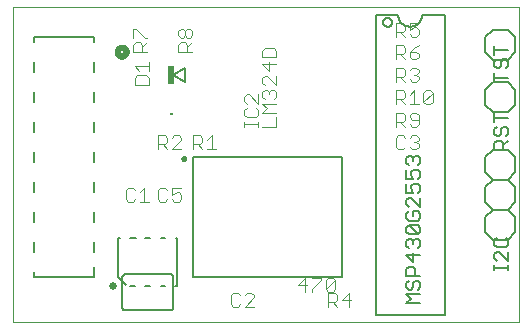
<source format=gto>
G75*
%MOIN*%
%OFA0B0*%
%FSLAX25Y25*%
%IPPOS*%
%LPD*%
%AMOC8*
5,1,8,0,0,1.08239X$1,22.5*
%
%ADD10C,0.00000*%
%ADD11C,0.00400*%
%ADD12C,0.00591*%
%ADD13C,0.00984*%
%ADD14C,0.00800*%
%ADD15R,0.02400X0.06200*%
%ADD16C,0.00600*%
%ADD17C,0.02000*%
%ADD18C,0.00500*%
%ADD19C,0.02600*%
D10*
X0001500Y0021602D02*
X0001500Y0126562D01*
X0170201Y0126562D01*
X0170201Y0021602D01*
X0001500Y0021602D01*
X0054000Y0091102D02*
X0054000Y0091202D01*
X0054050Y0091202D01*
X0054067Y0091185D01*
X0054067Y0091152D01*
X0054050Y0091135D01*
X0054000Y0091135D01*
X0054092Y0091202D02*
X0054159Y0091202D01*
X0054184Y0091202D02*
X0054234Y0091202D01*
X0054251Y0091185D01*
X0054251Y0091152D01*
X0054234Y0091135D01*
X0054184Y0091135D01*
X0054184Y0091102D02*
X0054184Y0091202D01*
X0054125Y0091202D02*
X0054125Y0091102D01*
X0054218Y0091135D02*
X0054251Y0091102D01*
X0054276Y0091102D02*
X0054343Y0091102D01*
X0054368Y0091102D02*
X0054418Y0091102D01*
X0054435Y0091118D01*
X0054435Y0091135D01*
X0054418Y0091152D01*
X0054368Y0091152D01*
X0054368Y0091202D02*
X0054418Y0091202D01*
X0054435Y0091185D01*
X0054435Y0091168D01*
X0054418Y0091152D01*
X0054460Y0091168D02*
X0054494Y0091202D01*
X0054494Y0091102D01*
X0054527Y0091102D02*
X0054460Y0091102D01*
X0054368Y0091102D02*
X0054368Y0091202D01*
X0054310Y0091202D02*
X0054310Y0091102D01*
X0054276Y0091168D02*
X0054310Y0091202D01*
X0054569Y0091118D02*
X0054569Y0091102D01*
X0054586Y0091102D01*
X0054586Y0091118D01*
X0054569Y0091118D01*
X0054586Y0091102D02*
X0054552Y0091068D01*
X0054614Y0091102D02*
X0054681Y0091168D01*
X0054681Y0091185D01*
X0054664Y0091202D01*
X0054631Y0091202D01*
X0054614Y0091185D01*
X0054614Y0091102D02*
X0054681Y0091102D01*
X0054706Y0091102D02*
X0054706Y0091118D01*
X0054773Y0091185D01*
X0054773Y0091202D01*
X0054706Y0091202D01*
D11*
X0055363Y0083906D02*
X0054596Y0083138D01*
X0055363Y0083906D02*
X0056898Y0083906D01*
X0057665Y0083138D01*
X0057665Y0082371D01*
X0054596Y0079302D01*
X0057665Y0079302D01*
X0061700Y0079302D02*
X0061700Y0083906D01*
X0064002Y0083906D01*
X0064769Y0083138D01*
X0064769Y0081604D01*
X0064002Y0080836D01*
X0061700Y0080836D01*
X0063235Y0080836D02*
X0064769Y0079302D01*
X0066304Y0079302D02*
X0069373Y0079302D01*
X0067839Y0079302D02*
X0067839Y0083906D01*
X0066304Y0082371D01*
X0078696Y0086802D02*
X0078696Y0088336D01*
X0078696Y0087569D02*
X0083300Y0087569D01*
X0083300Y0086802D02*
X0083300Y0088336D01*
X0084696Y0086802D02*
X0089300Y0086802D01*
X0089300Y0089871D01*
X0089300Y0091406D02*
X0084696Y0091406D01*
X0086231Y0092940D01*
X0084696Y0094475D01*
X0089300Y0094475D01*
X0088533Y0096009D02*
X0089300Y0096777D01*
X0089300Y0098311D01*
X0088533Y0099079D01*
X0087765Y0099079D01*
X0086998Y0098311D01*
X0086998Y0097544D01*
X0086998Y0098311D02*
X0086231Y0099079D01*
X0085463Y0099079D01*
X0084696Y0098311D01*
X0084696Y0096777D01*
X0085463Y0096009D01*
X0083300Y0094475D02*
X0080231Y0097544D01*
X0079463Y0097544D01*
X0078696Y0096777D01*
X0078696Y0095242D01*
X0079463Y0094475D01*
X0079463Y0092940D02*
X0078696Y0092173D01*
X0078696Y0090638D01*
X0079463Y0089871D01*
X0082533Y0089871D01*
X0083300Y0090638D01*
X0083300Y0092173D01*
X0082533Y0092940D01*
X0083300Y0094475D02*
X0083300Y0097544D01*
X0085463Y0100613D02*
X0084696Y0101381D01*
X0084696Y0102915D01*
X0085463Y0103683D01*
X0086231Y0103683D01*
X0089300Y0100613D01*
X0089300Y0103683D01*
X0086998Y0105217D02*
X0086998Y0108287D01*
X0089300Y0107519D02*
X0084696Y0107519D01*
X0086998Y0105217D01*
X0084696Y0109821D02*
X0084696Y0112123D01*
X0085463Y0112891D01*
X0088533Y0112891D01*
X0089300Y0112123D01*
X0089300Y0109821D01*
X0084696Y0109821D01*
X0061300Y0111802D02*
X0056696Y0111802D01*
X0056696Y0114104D01*
X0057463Y0114871D01*
X0058998Y0114871D01*
X0059765Y0114104D01*
X0059765Y0111802D01*
X0059765Y0113336D02*
X0061300Y0114871D01*
X0060533Y0116406D02*
X0059765Y0116406D01*
X0058998Y0117173D01*
X0058998Y0118708D01*
X0059765Y0119475D01*
X0060533Y0119475D01*
X0061300Y0118708D01*
X0061300Y0117173D01*
X0060533Y0116406D01*
X0058998Y0117173D02*
X0058231Y0116406D01*
X0057463Y0116406D01*
X0056696Y0117173D01*
X0056696Y0118708D01*
X0057463Y0119475D01*
X0058231Y0119475D01*
X0058998Y0118708D01*
X0046300Y0116406D02*
X0045533Y0116406D01*
X0042463Y0119475D01*
X0041696Y0119475D01*
X0041696Y0116406D01*
X0042463Y0114871D02*
X0043998Y0114871D01*
X0044765Y0114104D01*
X0044765Y0111802D01*
X0044765Y0113336D02*
X0046300Y0114871D01*
X0046300Y0111802D02*
X0041696Y0111802D01*
X0041696Y0114104D01*
X0042463Y0114871D01*
X0046800Y0108475D02*
X0046800Y0105406D01*
X0046800Y0106940D02*
X0042196Y0106940D01*
X0043731Y0105406D01*
X0042963Y0103871D02*
X0042196Y0103104D01*
X0042196Y0100802D01*
X0046800Y0100802D01*
X0046800Y0103104D01*
X0046033Y0103871D01*
X0042963Y0103871D01*
X0049992Y0083906D02*
X0052294Y0083906D01*
X0053061Y0083138D01*
X0053061Y0081604D01*
X0052294Y0080836D01*
X0049992Y0080836D01*
X0051527Y0080836D02*
X0053061Y0079302D01*
X0049992Y0079302D02*
X0049992Y0083906D01*
X0050759Y0066406D02*
X0049992Y0065638D01*
X0049992Y0062569D01*
X0050759Y0061802D01*
X0052294Y0061802D01*
X0053061Y0062569D01*
X0054596Y0062569D02*
X0055363Y0061802D01*
X0056898Y0061802D01*
X0057665Y0062569D01*
X0057665Y0064104D01*
X0056898Y0064871D01*
X0056131Y0064871D01*
X0054596Y0064104D01*
X0054596Y0066406D01*
X0057665Y0066406D01*
X0053061Y0065638D02*
X0052294Y0066406D01*
X0050759Y0066406D01*
X0045339Y0066406D02*
X0045339Y0061802D01*
X0046873Y0061802D02*
X0043804Y0061802D01*
X0042269Y0062569D02*
X0041502Y0061802D01*
X0039967Y0061802D01*
X0039200Y0062569D01*
X0039200Y0065638D01*
X0039967Y0066406D01*
X0041502Y0066406D01*
X0042269Y0065638D01*
X0043804Y0064871D02*
X0045339Y0066406D01*
X0074967Y0031406D02*
X0074200Y0030638D01*
X0074200Y0027569D01*
X0074967Y0026802D01*
X0076502Y0026802D01*
X0077269Y0027569D01*
X0078804Y0026802D02*
X0081873Y0029871D01*
X0081873Y0030638D01*
X0081106Y0031406D01*
X0079571Y0031406D01*
X0078804Y0030638D01*
X0077269Y0030638D02*
X0076502Y0031406D01*
X0074967Y0031406D01*
X0078804Y0026802D02*
X0081873Y0026802D01*
X0096700Y0034104D02*
X0099769Y0034104D01*
X0101304Y0032569D02*
X0101304Y0031802D01*
X0101304Y0032569D02*
X0104373Y0035638D01*
X0104373Y0036406D01*
X0101304Y0036406D01*
X0099002Y0036406D02*
X0096700Y0034104D01*
X0099002Y0031802D02*
X0099002Y0036406D01*
X0105908Y0035638D02*
X0105908Y0032569D01*
X0108977Y0035638D01*
X0108977Y0032569D01*
X0108210Y0031802D01*
X0106675Y0031802D01*
X0105908Y0032569D01*
X0106700Y0031406D02*
X0109002Y0031406D01*
X0109769Y0030638D01*
X0109769Y0029104D01*
X0109002Y0028336D01*
X0106700Y0028336D01*
X0108235Y0028336D02*
X0109769Y0026802D01*
X0111304Y0029104D02*
X0114373Y0029104D01*
X0113606Y0026802D02*
X0113606Y0031406D01*
X0111304Y0029104D01*
X0106700Y0026802D02*
X0106700Y0031406D01*
X0105908Y0035638D02*
X0106675Y0036406D01*
X0108210Y0036406D01*
X0108977Y0035638D01*
X0129967Y0079302D02*
X0131502Y0079302D01*
X0132269Y0080069D01*
X0133804Y0080069D02*
X0134571Y0079302D01*
X0136106Y0079302D01*
X0136873Y0080069D01*
X0136873Y0080836D01*
X0136106Y0081604D01*
X0135339Y0081604D01*
X0136106Y0081604D02*
X0136873Y0082371D01*
X0136873Y0083138D01*
X0136106Y0083906D01*
X0134571Y0083906D01*
X0133804Y0083138D01*
X0132269Y0083138D02*
X0131502Y0083906D01*
X0129967Y0083906D01*
X0129200Y0083138D01*
X0129200Y0080069D01*
X0129967Y0079302D01*
X0129200Y0086802D02*
X0129200Y0091406D01*
X0131502Y0091406D01*
X0132269Y0090638D01*
X0132269Y0089104D01*
X0131502Y0088336D01*
X0129200Y0088336D01*
X0130735Y0088336D02*
X0132269Y0086802D01*
X0133804Y0087569D02*
X0134571Y0086802D01*
X0136106Y0086802D01*
X0136873Y0087569D01*
X0136873Y0090638D01*
X0136106Y0091406D01*
X0134571Y0091406D01*
X0133804Y0090638D01*
X0133804Y0089871D01*
X0134571Y0089104D01*
X0136873Y0089104D01*
X0136873Y0094302D02*
X0133804Y0094302D01*
X0135339Y0094302D02*
X0135339Y0098906D01*
X0133804Y0097371D01*
X0132269Y0098138D02*
X0132269Y0096604D01*
X0131502Y0095836D01*
X0129200Y0095836D01*
X0129200Y0094302D02*
X0129200Y0098906D01*
X0131502Y0098906D01*
X0132269Y0098138D01*
X0130735Y0095836D02*
X0132269Y0094302D01*
X0138408Y0095069D02*
X0139175Y0094302D01*
X0140710Y0094302D01*
X0141477Y0095069D01*
X0141477Y0098138D01*
X0138408Y0095069D01*
X0138408Y0098138D01*
X0139175Y0098906D01*
X0140710Y0098906D01*
X0141477Y0098138D01*
X0136873Y0102569D02*
X0136106Y0101802D01*
X0134571Y0101802D01*
X0133804Y0102569D01*
X0132269Y0101802D02*
X0130735Y0103336D01*
X0131502Y0103336D02*
X0132269Y0104104D01*
X0132269Y0105638D01*
X0131502Y0106406D01*
X0129200Y0106406D01*
X0129200Y0101802D01*
X0129200Y0103336D02*
X0131502Y0103336D01*
X0133804Y0105638D02*
X0134571Y0106406D01*
X0136106Y0106406D01*
X0136873Y0105638D01*
X0136873Y0104871D01*
X0136106Y0104104D01*
X0136873Y0103336D01*
X0136873Y0102569D01*
X0136106Y0104104D02*
X0135339Y0104104D01*
X0134571Y0109302D02*
X0136106Y0109302D01*
X0136873Y0110069D01*
X0136873Y0110836D01*
X0136106Y0111604D01*
X0133804Y0111604D01*
X0133804Y0110069D01*
X0134571Y0109302D01*
X0132269Y0109302D02*
X0130735Y0110836D01*
X0131502Y0110836D02*
X0132269Y0111604D01*
X0132269Y0113138D01*
X0131502Y0113906D01*
X0129200Y0113906D01*
X0129200Y0109302D01*
X0129200Y0110836D02*
X0131502Y0110836D01*
X0133804Y0111604D02*
X0135339Y0113138D01*
X0136873Y0113906D01*
X0136106Y0116802D02*
X0134571Y0116802D01*
X0133804Y0117569D01*
X0133804Y0119104D02*
X0135339Y0119871D01*
X0136106Y0119871D01*
X0136873Y0119104D01*
X0136873Y0117569D01*
X0136106Y0116802D01*
X0133804Y0119104D02*
X0133804Y0121406D01*
X0136873Y0121406D01*
X0132269Y0120638D02*
X0132269Y0119104D01*
X0131502Y0118336D01*
X0129200Y0118336D01*
X0129200Y0116802D02*
X0129200Y0121406D01*
X0131502Y0121406D01*
X0132269Y0120638D01*
X0130735Y0118336D02*
X0132269Y0116802D01*
D12*
X0111244Y0076602D02*
X0111244Y0036602D01*
X0061756Y0036602D01*
X0061756Y0076602D01*
X0111244Y0076602D01*
D13*
X0058016Y0076102D02*
X0058018Y0076146D01*
X0058024Y0076190D01*
X0058034Y0076233D01*
X0058047Y0076275D01*
X0058065Y0076315D01*
X0058086Y0076354D01*
X0058110Y0076391D01*
X0058137Y0076426D01*
X0058168Y0076458D01*
X0058201Y0076487D01*
X0058237Y0076513D01*
X0058275Y0076535D01*
X0058315Y0076554D01*
X0058356Y0076570D01*
X0058399Y0076582D01*
X0058442Y0076590D01*
X0058486Y0076594D01*
X0058530Y0076594D01*
X0058574Y0076590D01*
X0058617Y0076582D01*
X0058660Y0076570D01*
X0058701Y0076554D01*
X0058741Y0076535D01*
X0058779Y0076513D01*
X0058815Y0076487D01*
X0058848Y0076458D01*
X0058879Y0076426D01*
X0058906Y0076391D01*
X0058930Y0076354D01*
X0058951Y0076315D01*
X0058969Y0076275D01*
X0058982Y0076233D01*
X0058992Y0076190D01*
X0058998Y0076146D01*
X0059000Y0076102D01*
X0058998Y0076058D01*
X0058992Y0076014D01*
X0058982Y0075971D01*
X0058969Y0075929D01*
X0058951Y0075889D01*
X0058930Y0075850D01*
X0058906Y0075813D01*
X0058879Y0075778D01*
X0058848Y0075746D01*
X0058815Y0075717D01*
X0058779Y0075691D01*
X0058741Y0075669D01*
X0058701Y0075650D01*
X0058660Y0075634D01*
X0058617Y0075622D01*
X0058574Y0075614D01*
X0058530Y0075610D01*
X0058486Y0075610D01*
X0058442Y0075614D01*
X0058399Y0075622D01*
X0058356Y0075634D01*
X0058315Y0075650D01*
X0058275Y0075669D01*
X0058237Y0075691D01*
X0058201Y0075717D01*
X0058168Y0075746D01*
X0058137Y0075778D01*
X0058110Y0075813D01*
X0058086Y0075850D01*
X0058065Y0075889D01*
X0058047Y0075929D01*
X0058034Y0075971D01*
X0058024Y0076014D01*
X0058018Y0076058D01*
X0058016Y0076102D01*
D14*
X0058969Y0101739D02*
X0058969Y0106464D01*
X0055031Y0104102D01*
X0058969Y0101739D01*
D15*
X0054300Y0104102D03*
D16*
X0028500Y0104902D02*
X0028500Y0108302D01*
X0028500Y0114902D02*
X0028500Y0116602D01*
X0008500Y0116602D01*
X0008500Y0114902D01*
X0008500Y0108302D02*
X0008500Y0104902D01*
X0008500Y0098302D02*
X0008500Y0094902D01*
X0008500Y0088302D02*
X0008500Y0084902D01*
X0008500Y0078302D02*
X0008500Y0074902D01*
X0008500Y0068302D02*
X0008500Y0064902D01*
X0008500Y0058302D02*
X0008500Y0054902D01*
X0008500Y0048302D02*
X0008500Y0044902D01*
X0008500Y0038302D02*
X0008500Y0036602D01*
X0028500Y0036602D01*
X0028500Y0039902D01*
X0028500Y0044902D02*
X0028500Y0048302D01*
X0028500Y0054902D02*
X0028500Y0058302D01*
X0028500Y0064902D02*
X0028500Y0068302D01*
X0028500Y0074902D02*
X0028500Y0078302D01*
X0028500Y0084902D02*
X0028500Y0088302D01*
X0028500Y0094902D02*
X0028500Y0098302D01*
X0039000Y0037602D02*
X0054000Y0037602D01*
X0054060Y0037600D01*
X0054121Y0037595D01*
X0054180Y0037586D01*
X0054239Y0037573D01*
X0054298Y0037557D01*
X0054355Y0037537D01*
X0054410Y0037514D01*
X0054465Y0037487D01*
X0054517Y0037458D01*
X0054568Y0037425D01*
X0054617Y0037389D01*
X0054663Y0037351D01*
X0054707Y0037309D01*
X0054749Y0037265D01*
X0054787Y0037219D01*
X0054823Y0037170D01*
X0054856Y0037119D01*
X0054885Y0037067D01*
X0054912Y0037012D01*
X0054935Y0036957D01*
X0054955Y0036900D01*
X0054971Y0036841D01*
X0054984Y0036782D01*
X0054993Y0036723D01*
X0054998Y0036662D01*
X0055000Y0036602D01*
X0055000Y0026602D01*
X0054998Y0026542D01*
X0054993Y0026481D01*
X0054984Y0026422D01*
X0054971Y0026363D01*
X0054955Y0026304D01*
X0054935Y0026247D01*
X0054912Y0026192D01*
X0054885Y0026137D01*
X0054856Y0026085D01*
X0054823Y0026034D01*
X0054787Y0025985D01*
X0054749Y0025939D01*
X0054707Y0025895D01*
X0054663Y0025853D01*
X0054617Y0025815D01*
X0054568Y0025779D01*
X0054517Y0025746D01*
X0054465Y0025717D01*
X0054410Y0025690D01*
X0054355Y0025667D01*
X0054298Y0025647D01*
X0054239Y0025631D01*
X0054180Y0025618D01*
X0054121Y0025609D01*
X0054060Y0025604D01*
X0054000Y0025602D01*
X0039000Y0025602D01*
X0038940Y0025604D01*
X0038879Y0025609D01*
X0038820Y0025618D01*
X0038761Y0025631D01*
X0038702Y0025647D01*
X0038645Y0025667D01*
X0038590Y0025690D01*
X0038535Y0025717D01*
X0038483Y0025746D01*
X0038432Y0025779D01*
X0038383Y0025815D01*
X0038337Y0025853D01*
X0038293Y0025895D01*
X0038251Y0025939D01*
X0038213Y0025985D01*
X0038177Y0026034D01*
X0038144Y0026085D01*
X0038115Y0026137D01*
X0038088Y0026192D01*
X0038065Y0026247D01*
X0038045Y0026304D01*
X0038029Y0026363D01*
X0038016Y0026422D01*
X0038007Y0026481D01*
X0038002Y0026542D01*
X0038000Y0026602D01*
X0038000Y0036602D01*
X0038002Y0036662D01*
X0038007Y0036723D01*
X0038016Y0036782D01*
X0038029Y0036841D01*
X0038045Y0036900D01*
X0038065Y0036957D01*
X0038088Y0037012D01*
X0038115Y0037067D01*
X0038144Y0037119D01*
X0038177Y0037170D01*
X0038213Y0037219D01*
X0038251Y0037265D01*
X0038293Y0037309D01*
X0038337Y0037351D01*
X0038383Y0037389D01*
X0038432Y0037425D01*
X0038483Y0037458D01*
X0038535Y0037487D01*
X0038590Y0037514D01*
X0038645Y0037537D01*
X0038702Y0037557D01*
X0038761Y0037573D01*
X0038820Y0037586D01*
X0038879Y0037595D01*
X0038940Y0037600D01*
X0039000Y0037602D01*
X0122500Y0024121D02*
X0145500Y0024121D01*
X0145500Y0124121D01*
X0138000Y0124121D01*
X0137998Y0123995D01*
X0137992Y0123870D01*
X0137982Y0123745D01*
X0137968Y0123620D01*
X0137951Y0123495D01*
X0137929Y0123371D01*
X0137904Y0123248D01*
X0137874Y0123126D01*
X0137841Y0123005D01*
X0137804Y0122885D01*
X0137764Y0122766D01*
X0137719Y0122649D01*
X0137671Y0122532D01*
X0137619Y0122418D01*
X0137564Y0122305D01*
X0137505Y0122194D01*
X0137443Y0122085D01*
X0137377Y0121978D01*
X0137308Y0121873D01*
X0137236Y0121770D01*
X0137161Y0121669D01*
X0137082Y0121571D01*
X0137000Y0121476D01*
X0136916Y0121383D01*
X0136828Y0121293D01*
X0136738Y0121205D01*
X0136645Y0121121D01*
X0136550Y0121039D01*
X0136452Y0120960D01*
X0136351Y0120885D01*
X0136248Y0120813D01*
X0136143Y0120744D01*
X0136036Y0120678D01*
X0135927Y0120616D01*
X0135816Y0120557D01*
X0135703Y0120502D01*
X0135589Y0120450D01*
X0135472Y0120402D01*
X0135355Y0120357D01*
X0135236Y0120317D01*
X0135116Y0120280D01*
X0134995Y0120247D01*
X0134873Y0120217D01*
X0134750Y0120192D01*
X0134626Y0120170D01*
X0134501Y0120153D01*
X0134376Y0120139D01*
X0134251Y0120129D01*
X0134126Y0120123D01*
X0134000Y0120121D01*
X0133874Y0120123D01*
X0133749Y0120129D01*
X0133624Y0120139D01*
X0133499Y0120153D01*
X0133374Y0120170D01*
X0133250Y0120192D01*
X0133127Y0120217D01*
X0133005Y0120247D01*
X0132884Y0120280D01*
X0132764Y0120317D01*
X0132645Y0120357D01*
X0132528Y0120402D01*
X0132411Y0120450D01*
X0132297Y0120502D01*
X0132184Y0120557D01*
X0132073Y0120616D01*
X0131964Y0120678D01*
X0131857Y0120744D01*
X0131752Y0120813D01*
X0131649Y0120885D01*
X0131548Y0120960D01*
X0131450Y0121039D01*
X0131355Y0121121D01*
X0131262Y0121205D01*
X0131172Y0121293D01*
X0131084Y0121383D01*
X0131000Y0121476D01*
X0130918Y0121571D01*
X0130839Y0121669D01*
X0130764Y0121770D01*
X0130692Y0121873D01*
X0130623Y0121978D01*
X0130557Y0122085D01*
X0130495Y0122194D01*
X0130436Y0122305D01*
X0130381Y0122418D01*
X0130329Y0122532D01*
X0130281Y0122649D01*
X0130236Y0122766D01*
X0130196Y0122885D01*
X0130159Y0123005D01*
X0130126Y0123126D01*
X0130096Y0123248D01*
X0130071Y0123371D01*
X0130049Y0123495D01*
X0130032Y0123620D01*
X0130018Y0123745D01*
X0130008Y0123870D01*
X0130002Y0123995D01*
X0130000Y0124121D01*
X0122500Y0124121D01*
X0122500Y0024121D01*
X0159000Y0051602D02*
X0159000Y0056602D01*
X0161500Y0059102D01*
X0159000Y0061602D01*
X0159000Y0066602D01*
X0161500Y0069102D01*
X0159000Y0071602D01*
X0159000Y0076602D01*
X0161500Y0079102D01*
X0166500Y0079102D01*
X0169000Y0076602D01*
X0169000Y0071602D01*
X0166500Y0069102D01*
X0169000Y0066602D01*
X0169000Y0061602D01*
X0166500Y0059102D01*
X0169000Y0056602D01*
X0169000Y0051602D01*
X0166500Y0049102D01*
X0161500Y0049102D01*
X0159000Y0051602D01*
X0161500Y0059102D02*
X0166500Y0059102D01*
X0166500Y0069102D02*
X0161500Y0069102D01*
X0161500Y0091602D02*
X0166500Y0091602D01*
X0169000Y0094102D01*
X0169000Y0099102D01*
X0166500Y0101602D01*
X0161500Y0101602D01*
X0159000Y0099102D01*
X0159000Y0094102D01*
X0161500Y0091602D01*
X0161500Y0109102D02*
X0166500Y0109102D01*
X0169000Y0111602D01*
X0169000Y0116602D01*
X0166500Y0119102D01*
X0161500Y0119102D01*
X0159000Y0116602D01*
X0159000Y0111602D01*
X0161500Y0109102D01*
D17*
X0038000Y0110102D02*
X0037924Y0110104D01*
X0037848Y0110110D01*
X0037773Y0110119D01*
X0037698Y0110133D01*
X0037624Y0110150D01*
X0037551Y0110171D01*
X0037479Y0110195D01*
X0037408Y0110224D01*
X0037339Y0110255D01*
X0037272Y0110290D01*
X0037207Y0110329D01*
X0037143Y0110371D01*
X0037082Y0110416D01*
X0037023Y0110464D01*
X0036967Y0110515D01*
X0036913Y0110569D01*
X0036862Y0110625D01*
X0036814Y0110684D01*
X0036769Y0110745D01*
X0036727Y0110809D01*
X0036688Y0110874D01*
X0036653Y0110941D01*
X0036622Y0111010D01*
X0036593Y0111081D01*
X0036569Y0111153D01*
X0036548Y0111226D01*
X0036531Y0111300D01*
X0036517Y0111375D01*
X0036508Y0111450D01*
X0036502Y0111526D01*
X0036500Y0111602D01*
X0036502Y0111678D01*
X0036508Y0111754D01*
X0036517Y0111829D01*
X0036531Y0111904D01*
X0036548Y0111978D01*
X0036569Y0112051D01*
X0036593Y0112123D01*
X0036622Y0112194D01*
X0036653Y0112263D01*
X0036688Y0112330D01*
X0036727Y0112395D01*
X0036769Y0112459D01*
X0036814Y0112520D01*
X0036862Y0112579D01*
X0036913Y0112635D01*
X0036967Y0112689D01*
X0037023Y0112740D01*
X0037082Y0112788D01*
X0037143Y0112833D01*
X0037207Y0112875D01*
X0037272Y0112914D01*
X0037339Y0112949D01*
X0037408Y0112980D01*
X0037479Y0113009D01*
X0037551Y0113033D01*
X0037624Y0113054D01*
X0037698Y0113071D01*
X0037773Y0113085D01*
X0037848Y0113094D01*
X0037924Y0113100D01*
X0038000Y0113102D01*
X0038076Y0113100D01*
X0038152Y0113094D01*
X0038227Y0113085D01*
X0038302Y0113071D01*
X0038376Y0113054D01*
X0038449Y0113033D01*
X0038521Y0113009D01*
X0038592Y0112980D01*
X0038661Y0112949D01*
X0038728Y0112914D01*
X0038793Y0112875D01*
X0038857Y0112833D01*
X0038918Y0112788D01*
X0038977Y0112740D01*
X0039033Y0112689D01*
X0039087Y0112635D01*
X0039138Y0112579D01*
X0039186Y0112520D01*
X0039231Y0112459D01*
X0039273Y0112395D01*
X0039312Y0112330D01*
X0039347Y0112263D01*
X0039378Y0112194D01*
X0039407Y0112123D01*
X0039431Y0112051D01*
X0039452Y0111978D01*
X0039469Y0111904D01*
X0039483Y0111829D01*
X0039492Y0111754D01*
X0039498Y0111678D01*
X0039500Y0111602D01*
X0039498Y0111526D01*
X0039492Y0111450D01*
X0039483Y0111375D01*
X0039469Y0111300D01*
X0039452Y0111226D01*
X0039431Y0111153D01*
X0039407Y0111081D01*
X0039378Y0111010D01*
X0039347Y0110941D01*
X0039312Y0110874D01*
X0039273Y0110809D01*
X0039231Y0110745D01*
X0039186Y0110684D01*
X0039138Y0110625D01*
X0039087Y0110569D01*
X0039033Y0110515D01*
X0038977Y0110464D01*
X0038918Y0110416D01*
X0038857Y0110371D01*
X0038793Y0110329D01*
X0038728Y0110290D01*
X0038661Y0110255D01*
X0038592Y0110224D01*
X0038521Y0110195D01*
X0038449Y0110171D01*
X0038376Y0110150D01*
X0038302Y0110133D01*
X0038227Y0110119D01*
X0038152Y0110110D01*
X0038076Y0110104D01*
X0038000Y0110102D01*
D18*
X0037445Y0049476D02*
X0036657Y0049476D01*
X0036657Y0036606D01*
X0039142Y0034121D01*
X0040594Y0033728D02*
X0042169Y0033728D01*
X0045713Y0033728D02*
X0047287Y0033728D01*
X0050831Y0033728D02*
X0052406Y0033728D01*
X0055555Y0033728D02*
X0056343Y0033728D01*
X0056343Y0049476D01*
X0055949Y0049476D01*
X0052406Y0049476D02*
X0050831Y0049476D01*
X0047287Y0049476D02*
X0045713Y0049476D01*
X0042563Y0049476D02*
X0040594Y0049476D01*
X0132726Y0048519D02*
X0132726Y0047018D01*
X0133477Y0046267D01*
X0134978Y0047769D02*
X0134978Y0048519D01*
X0135729Y0049270D01*
X0136480Y0049270D01*
X0137230Y0048519D01*
X0137230Y0047018D01*
X0136480Y0046267D01*
X0134978Y0048519D02*
X0134228Y0049270D01*
X0133477Y0049270D01*
X0132726Y0048519D01*
X0133477Y0050871D02*
X0132726Y0051622D01*
X0132726Y0053123D01*
X0133477Y0053874D01*
X0136480Y0050871D01*
X0137230Y0051622D01*
X0137230Y0053123D01*
X0136480Y0053874D01*
X0133477Y0053874D01*
X0133477Y0055475D02*
X0132726Y0056226D01*
X0132726Y0057727D01*
X0133477Y0058478D01*
X0134978Y0058478D02*
X0134978Y0056976D01*
X0134978Y0058478D02*
X0136480Y0058478D01*
X0137230Y0057727D01*
X0137230Y0056226D01*
X0136480Y0055475D01*
X0133477Y0055475D01*
X0133477Y0060079D02*
X0132726Y0060830D01*
X0132726Y0062331D01*
X0133477Y0063082D01*
X0134228Y0063082D01*
X0137230Y0060079D01*
X0137230Y0063082D01*
X0136480Y0064683D02*
X0137230Y0065434D01*
X0137230Y0066935D01*
X0136480Y0067686D01*
X0134978Y0067686D01*
X0134228Y0066935D01*
X0134228Y0066184D01*
X0134978Y0064683D01*
X0132726Y0064683D01*
X0132726Y0067686D01*
X0132726Y0069287D02*
X0134978Y0069287D01*
X0134228Y0070788D01*
X0134228Y0071539D01*
X0134978Y0072290D01*
X0136480Y0072290D01*
X0137230Y0071539D01*
X0137230Y0070038D01*
X0136480Y0069287D01*
X0132726Y0069287D02*
X0132726Y0072290D01*
X0133477Y0073891D02*
X0132726Y0074642D01*
X0132726Y0076143D01*
X0133477Y0076893D01*
X0134228Y0076893D01*
X0134978Y0076143D01*
X0135729Y0076893D01*
X0136480Y0076893D01*
X0137230Y0076143D01*
X0137230Y0074642D01*
X0136480Y0073891D01*
X0134978Y0075392D02*
X0134978Y0076143D01*
X0162046Y0079052D02*
X0162046Y0081304D01*
X0162797Y0082054D01*
X0164298Y0082054D01*
X0165049Y0081304D01*
X0165049Y0079052D01*
X0165049Y0080553D02*
X0166550Y0082054D01*
X0165799Y0083656D02*
X0166550Y0084406D01*
X0166550Y0085907D01*
X0165799Y0086658D01*
X0165049Y0086658D01*
X0164298Y0085907D01*
X0164298Y0084406D01*
X0163547Y0083656D01*
X0162797Y0083656D01*
X0162046Y0084406D01*
X0162046Y0085907D01*
X0162797Y0086658D01*
X0162046Y0088259D02*
X0162046Y0091262D01*
X0162046Y0089761D02*
X0166550Y0089761D01*
X0166550Y0079052D02*
X0162046Y0079052D01*
X0162046Y0101552D02*
X0162046Y0104554D01*
X0162046Y0103053D02*
X0166550Y0103053D01*
X0165799Y0106156D02*
X0166550Y0106906D01*
X0166550Y0108407D01*
X0165799Y0109158D01*
X0165049Y0109158D01*
X0164298Y0108407D01*
X0164298Y0106906D01*
X0163547Y0106156D01*
X0162797Y0106156D01*
X0162046Y0106906D01*
X0162046Y0108407D01*
X0162797Y0109158D01*
X0162046Y0110759D02*
X0162046Y0113762D01*
X0162046Y0112261D02*
X0166550Y0112261D01*
X0125000Y0121602D02*
X0125002Y0121679D01*
X0125008Y0121756D01*
X0125018Y0121833D01*
X0125032Y0121909D01*
X0125049Y0121984D01*
X0125071Y0122058D01*
X0125096Y0122131D01*
X0125126Y0122203D01*
X0125158Y0122273D01*
X0125195Y0122341D01*
X0125234Y0122407D01*
X0125277Y0122471D01*
X0125324Y0122533D01*
X0125373Y0122592D01*
X0125426Y0122649D01*
X0125481Y0122703D01*
X0125539Y0122754D01*
X0125600Y0122802D01*
X0125663Y0122847D01*
X0125728Y0122888D01*
X0125795Y0122926D01*
X0125864Y0122961D01*
X0125935Y0122991D01*
X0126007Y0123019D01*
X0126081Y0123042D01*
X0126155Y0123062D01*
X0126231Y0123078D01*
X0126307Y0123090D01*
X0126384Y0123098D01*
X0126461Y0123102D01*
X0126539Y0123102D01*
X0126616Y0123098D01*
X0126693Y0123090D01*
X0126769Y0123078D01*
X0126845Y0123062D01*
X0126919Y0123042D01*
X0126993Y0123019D01*
X0127065Y0122991D01*
X0127136Y0122961D01*
X0127205Y0122926D01*
X0127272Y0122888D01*
X0127337Y0122847D01*
X0127400Y0122802D01*
X0127461Y0122754D01*
X0127519Y0122703D01*
X0127574Y0122649D01*
X0127627Y0122592D01*
X0127676Y0122533D01*
X0127723Y0122471D01*
X0127766Y0122407D01*
X0127805Y0122341D01*
X0127842Y0122273D01*
X0127874Y0122203D01*
X0127904Y0122131D01*
X0127929Y0122058D01*
X0127951Y0121984D01*
X0127968Y0121909D01*
X0127982Y0121833D01*
X0127992Y0121756D01*
X0127998Y0121679D01*
X0128000Y0121602D01*
X0127998Y0121525D01*
X0127992Y0121448D01*
X0127982Y0121371D01*
X0127968Y0121295D01*
X0127951Y0121220D01*
X0127929Y0121146D01*
X0127904Y0121073D01*
X0127874Y0121001D01*
X0127842Y0120931D01*
X0127805Y0120863D01*
X0127766Y0120797D01*
X0127723Y0120733D01*
X0127676Y0120671D01*
X0127627Y0120612D01*
X0127574Y0120555D01*
X0127519Y0120501D01*
X0127461Y0120450D01*
X0127400Y0120402D01*
X0127337Y0120357D01*
X0127272Y0120316D01*
X0127205Y0120278D01*
X0127136Y0120243D01*
X0127065Y0120213D01*
X0126993Y0120185D01*
X0126919Y0120162D01*
X0126845Y0120142D01*
X0126769Y0120126D01*
X0126693Y0120114D01*
X0126616Y0120106D01*
X0126539Y0120102D01*
X0126461Y0120102D01*
X0126384Y0120106D01*
X0126307Y0120114D01*
X0126231Y0120126D01*
X0126155Y0120142D01*
X0126081Y0120162D01*
X0126007Y0120185D01*
X0125935Y0120213D01*
X0125864Y0120243D01*
X0125795Y0120278D01*
X0125728Y0120316D01*
X0125663Y0120357D01*
X0125600Y0120402D01*
X0125539Y0120450D01*
X0125481Y0120501D01*
X0125426Y0120555D01*
X0125373Y0120612D01*
X0125324Y0120671D01*
X0125277Y0120733D01*
X0125234Y0120797D01*
X0125195Y0120863D01*
X0125158Y0120931D01*
X0125126Y0121001D01*
X0125096Y0121073D01*
X0125071Y0121146D01*
X0125049Y0121220D01*
X0125032Y0121295D01*
X0125018Y0121371D01*
X0125008Y0121448D01*
X0125002Y0121525D01*
X0125000Y0121602D01*
X0133477Y0050871D02*
X0136480Y0050871D01*
X0134978Y0044666D02*
X0134978Y0041663D01*
X0132726Y0043915D01*
X0137230Y0043915D01*
X0134978Y0040062D02*
X0133477Y0040062D01*
X0132726Y0039311D01*
X0132726Y0037059D01*
X0137230Y0037059D01*
X0135729Y0037059D02*
X0135729Y0039311D01*
X0134978Y0040062D01*
X0135729Y0035458D02*
X0136480Y0035458D01*
X0137230Y0034707D01*
X0137230Y0033206D01*
X0136480Y0032456D01*
X0134978Y0033206D02*
X0134978Y0034707D01*
X0135729Y0035458D01*
X0133477Y0035458D02*
X0132726Y0034707D01*
X0132726Y0033206D01*
X0133477Y0032456D01*
X0134228Y0032456D01*
X0134978Y0033206D01*
X0132726Y0030854D02*
X0137230Y0030854D01*
X0134228Y0029353D02*
X0132726Y0030854D01*
X0134228Y0029353D02*
X0132726Y0027852D01*
X0137230Y0027852D01*
X0162046Y0039052D02*
X0162046Y0040553D01*
X0162046Y0039802D02*
X0166550Y0039802D01*
X0166550Y0039052D02*
X0166550Y0040553D01*
X0166550Y0042121D02*
X0163547Y0045123D01*
X0162797Y0045123D01*
X0162046Y0044373D01*
X0162046Y0042872D01*
X0162797Y0042121D01*
X0166550Y0042121D02*
X0166550Y0045123D01*
X0165799Y0046725D02*
X0166550Y0047475D01*
X0166550Y0048977D01*
X0165799Y0049727D01*
X0162797Y0049727D02*
X0162046Y0048977D01*
X0162046Y0047475D01*
X0162797Y0046725D01*
X0165799Y0046725D01*
D19*
X0035000Y0033602D03*
M02*

</source>
